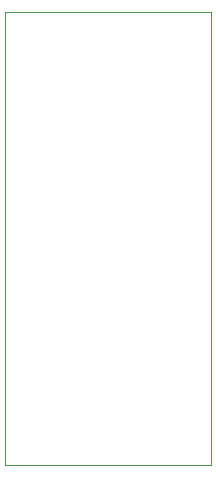
<source format=gbr>
%TF.GenerationSoftware,KiCad,Pcbnew,8.0.1*%
%TF.CreationDate,2025-01-22T19:40:40-07:00*%
%TF.ProjectId,Button,42757474-6f6e-42e6-9b69-6361645f7063,rev?*%
%TF.SameCoordinates,Original*%
%TF.FileFunction,Profile,NP*%
%FSLAX46Y46*%
G04 Gerber Fmt 4.6, Leading zero omitted, Abs format (unit mm)*
G04 Created by KiCad (PCBNEW 8.0.1) date 2025-01-22 19:40:40*
%MOMM*%
%LPD*%
G01*
G04 APERTURE LIST*
%TA.AperFunction,Profile*%
%ADD10C,0.050000*%
%TD*%
G04 APERTURE END LIST*
D10*
X184140000Y-62820000D02*
X201550000Y-62820000D01*
X201550000Y-101240000D01*
X184140000Y-101240000D01*
X184140000Y-62820000D01*
M02*

</source>
